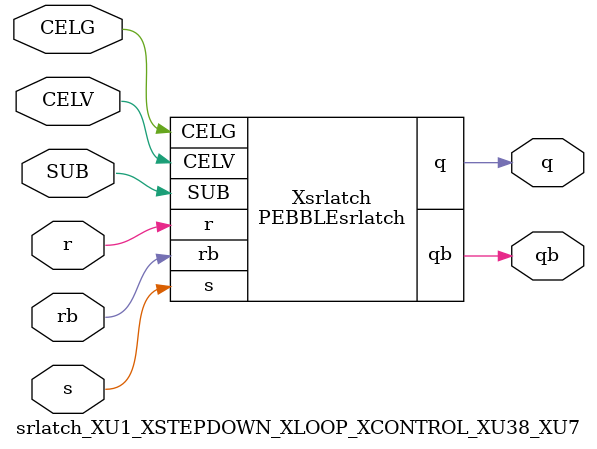
<source format=v>



module PEBBLEsrlatch ( q, qb, CELG, CELV, SUB, r, rb, s );

  input CELV;
  input s;
  output q;
  input rb;
  input r;
  input SUB;
  input CELG;
  output qb;
endmodule

//Celera Confidential Do Not Copy srlatch_XU1_XSTEPDOWN_XLOOP_XCONTROL_XU38_XU7
//Celera Confidential Symbol Generator
//SR Latch
module srlatch_XU1_XSTEPDOWN_XLOOP_XCONTROL_XU38_XU7 (CELV,CELG,s,r,rb,q,qb,SUB);
input CELV;
input CELG;
input s;
input r;
input rb;
input SUB;
output q;
output qb;

//Celera Confidential Do Not Copy srlatch
PEBBLEsrlatch Xsrlatch(
.CELV (CELV),
.r (r),
.s (s),
.q (q),
.qb (qb),
.rb (rb),
.SUB (SUB),
.CELG (CELG)
);
//,diesize,PEBBLEsrlatch

//Celera Confidential Do Not Copy Module End
//Celera Schematic Generator
endmodule

</source>
